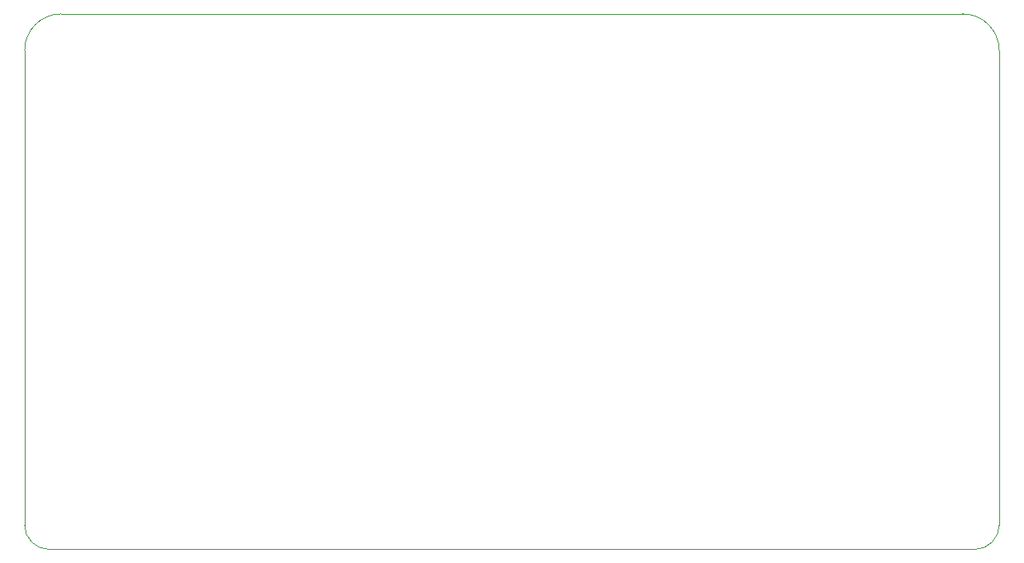
<source format=gbr>
%TF.GenerationSoftware,KiCad,Pcbnew,(5.1.6-0)*%
%TF.CreationDate,2024-01-20T12:46:16-08:00*%
%TF.ProjectId,input_buffer_bal_XLR_SMD_1206,696e7075-745f-4627-9566-6665725f6261,rev?*%
%TF.SameCoordinates,Original*%
%TF.FileFunction,Profile,NP*%
%FSLAX46Y46*%
G04 Gerber Fmt 4.6, Leading zero omitted, Abs format (unit mm)*
G04 Created by KiCad (PCBNEW (5.1.6-0)) date 2024-01-20 12:46:16*
%MOMM*%
%LPD*%
G01*
G04 APERTURE LIST*
%TA.AperFunction,Profile*%
%ADD10C,0.050000*%
%TD*%
G04 APERTURE END LIST*
D10*
X75000000Y-103750000D02*
G75*
G02*
X78750000Y-100000000I3750000J0D01*
G01*
X171250000Y-100000000D02*
G75*
G02*
X175000000Y-103750000I0J-3750000D01*
G01*
X175000000Y-152500000D02*
G75*
G02*
X172500000Y-155000000I-2500000J0D01*
G01*
X77500000Y-155000000D02*
G75*
G02*
X75000000Y-152500000I0J2500000D01*
G01*
X75000000Y-103750000D02*
X75000000Y-152500000D01*
X171250000Y-100000000D02*
X78750000Y-100000000D01*
X175000000Y-152500000D02*
X175000000Y-103750000D01*
X77500000Y-155000000D02*
X172500000Y-155000000D01*
M02*

</source>
